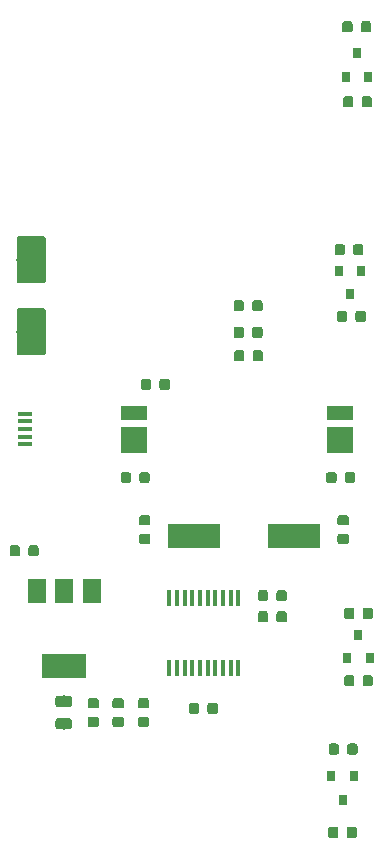
<source format=gbr>
G04 #@! TF.GenerationSoftware,KiCad,Pcbnew,(5.99.0-52-gefbc802f4)*
G04 #@! TF.CreationDate,2019-10-28T15:02:11+01:00*
G04 #@! TF.ProjectId,remote,72656d6f-7465-42e6-9b69-6361645f7063,rev?*
G04 #@! TF.SameCoordinates,Original*
G04 #@! TF.FileFunction,Paste,Top*
G04 #@! TF.FilePolarity,Positive*
%FSLAX46Y46*%
G04 Gerber Fmt 4.6, Leading zero omitted, Abs format (unit mm)*
G04 Created by KiCad (PCBNEW (5.99.0-52-gefbc802f4)) date 2019-10-28 15:02:11*
%MOMM*%
%LPD*%
G04 APERTURE LIST*
%ADD10R,4.500000X2.000000*%
%ADD11R,0.450000X1.450000*%
%ADD12R,1.500000X2.000000*%
%ADD13R,3.800000X2.000000*%
%ADD14C,0.100000*%
%ADD15C,0.875000*%
%ADD16R,0.800000X0.900000*%
%ADD17R,1.300000X0.450000*%
%ADD18R,2.200000X1.250000*%
%ADD19R,2.200000X2.200000*%
%ADD20C,0.975000*%
%ADD21C,2.500000*%
G04 APERTURE END LIST*
D10*
X171150000Y-128200000D03*
X179650000Y-128200000D03*
D11*
X174925000Y-139350000D03*
X174275000Y-139350000D03*
X173625000Y-139350000D03*
X172975000Y-139350000D03*
X172325000Y-139350000D03*
X171675000Y-139350000D03*
X171025000Y-139350000D03*
X170375000Y-139350000D03*
X169725000Y-139350000D03*
X169075000Y-139350000D03*
X169075000Y-133450000D03*
X169725000Y-133450000D03*
X170375000Y-133450000D03*
X171025000Y-133450000D03*
X171675000Y-133450000D03*
X172325000Y-133450000D03*
X172975000Y-133450000D03*
X173625000Y-133450000D03*
X174275000Y-133450000D03*
X174925000Y-133450000D03*
D12*
X162500000Y-132850000D03*
X157900000Y-132850000D03*
X160200000Y-132850000D03*
D13*
X160200000Y-139150000D03*
D14*
G36*
X184527462Y-90941651D02*
G01*
X184598430Y-90989070D01*
X184645849Y-91060038D01*
X184662500Y-91143750D01*
X184662500Y-91656250D01*
X184645849Y-91739962D01*
X184598430Y-91810930D01*
X184527462Y-91858349D01*
X184443750Y-91875000D01*
X184006250Y-91875000D01*
X183922538Y-91858349D01*
X183851570Y-91810930D01*
X183804151Y-91739962D01*
X183787500Y-91656250D01*
X183787500Y-91143750D01*
X183804151Y-91060038D01*
X183851570Y-90989070D01*
X183922538Y-90941651D01*
X184006250Y-90925000D01*
X184443750Y-90925000D01*
X184527462Y-90941651D01*
X184527462Y-90941651D01*
G37*
D15*
X184225000Y-91400000D03*
D14*
G36*
X186102462Y-90941651D02*
G01*
X186173430Y-90989070D01*
X186220849Y-91060038D01*
X186237500Y-91143750D01*
X186237500Y-91656250D01*
X186220849Y-91739962D01*
X186173430Y-91810930D01*
X186102462Y-91858349D01*
X186018750Y-91875000D01*
X185581250Y-91875000D01*
X185497538Y-91858349D01*
X185426570Y-91810930D01*
X185379151Y-91739962D01*
X185362500Y-91656250D01*
X185362500Y-91143750D01*
X185379151Y-91060038D01*
X185426570Y-90989070D01*
X185497538Y-90941651D01*
X185581250Y-90925000D01*
X186018750Y-90925000D01*
X186102462Y-90941651D01*
X186102462Y-90941651D01*
G37*
D15*
X185800000Y-91400000D03*
D14*
G36*
X183114962Y-122741651D02*
G01*
X183185930Y-122789070D01*
X183233349Y-122860038D01*
X183250000Y-122943750D01*
X183250000Y-123456250D01*
X183233349Y-123539962D01*
X183185930Y-123610930D01*
X183114962Y-123658349D01*
X183031250Y-123675000D01*
X182593750Y-123675000D01*
X182510038Y-123658349D01*
X182439070Y-123610930D01*
X182391651Y-123539962D01*
X182375000Y-123456250D01*
X182375000Y-122943750D01*
X182391651Y-122860038D01*
X182439070Y-122789070D01*
X182510038Y-122741651D01*
X182593750Y-122725000D01*
X183031250Y-122725000D01*
X183114962Y-122741651D01*
X183114962Y-122741651D01*
G37*
D15*
X182812500Y-123200000D03*
D14*
G36*
X184689962Y-122741651D02*
G01*
X184760930Y-122789070D01*
X184808349Y-122860038D01*
X184825000Y-122943750D01*
X184825000Y-123456250D01*
X184808349Y-123539962D01*
X184760930Y-123610930D01*
X184689962Y-123658349D01*
X184606250Y-123675000D01*
X184168750Y-123675000D01*
X184085038Y-123658349D01*
X184014070Y-123610930D01*
X183966651Y-123539962D01*
X183950000Y-123456250D01*
X183950000Y-122943750D01*
X183966651Y-122860038D01*
X184014070Y-122789070D01*
X184085038Y-122741651D01*
X184168750Y-122725000D01*
X184606250Y-122725000D01*
X184689962Y-122741651D01*
X184689962Y-122741651D01*
G37*
D15*
X184387500Y-123200000D03*
D14*
G36*
X165714962Y-122741651D02*
G01*
X165785930Y-122789070D01*
X165833349Y-122860038D01*
X165850000Y-122943750D01*
X165850000Y-123456250D01*
X165833349Y-123539962D01*
X165785930Y-123610930D01*
X165714962Y-123658349D01*
X165631250Y-123675000D01*
X165193750Y-123675000D01*
X165110038Y-123658349D01*
X165039070Y-123610930D01*
X164991651Y-123539962D01*
X164975000Y-123456250D01*
X164975000Y-122943750D01*
X164991651Y-122860038D01*
X165039070Y-122789070D01*
X165110038Y-122741651D01*
X165193750Y-122725000D01*
X165631250Y-122725000D01*
X165714962Y-122741651D01*
X165714962Y-122741651D01*
G37*
D15*
X165412500Y-123200000D03*
D14*
G36*
X167289962Y-122741651D02*
G01*
X167360930Y-122789070D01*
X167408349Y-122860038D01*
X167425000Y-122943750D01*
X167425000Y-123456250D01*
X167408349Y-123539962D01*
X167360930Y-123610930D01*
X167289962Y-123658349D01*
X167206250Y-123675000D01*
X166768750Y-123675000D01*
X166685038Y-123658349D01*
X166614070Y-123610930D01*
X166566651Y-123539962D01*
X166550000Y-123456250D01*
X166550000Y-122943750D01*
X166566651Y-122860038D01*
X166614070Y-122789070D01*
X166685038Y-122741651D01*
X166768750Y-122725000D01*
X167206250Y-122725000D01*
X167289962Y-122741651D01*
X167289962Y-122741651D01*
G37*
D15*
X166987500Y-123200000D03*
D14*
G36*
X167414962Y-114841651D02*
G01*
X167485930Y-114889070D01*
X167533349Y-114960038D01*
X167550000Y-115043750D01*
X167550000Y-115556250D01*
X167533349Y-115639962D01*
X167485930Y-115710930D01*
X167414962Y-115758349D01*
X167331250Y-115775000D01*
X166893750Y-115775000D01*
X166810038Y-115758349D01*
X166739070Y-115710930D01*
X166691651Y-115639962D01*
X166675000Y-115556250D01*
X166675000Y-115043750D01*
X166691651Y-114960038D01*
X166739070Y-114889070D01*
X166810038Y-114841651D01*
X166893750Y-114825000D01*
X167331250Y-114825000D01*
X167414962Y-114841651D01*
X167414962Y-114841651D01*
G37*
D15*
X167112500Y-115300000D03*
D14*
G36*
X168989962Y-114841651D02*
G01*
X169060930Y-114889070D01*
X169108349Y-114960038D01*
X169125000Y-115043750D01*
X169125000Y-115556250D01*
X169108349Y-115639962D01*
X169060930Y-115710930D01*
X168989962Y-115758349D01*
X168906250Y-115775000D01*
X168468750Y-115775000D01*
X168385038Y-115758349D01*
X168314070Y-115710930D01*
X168266651Y-115639962D01*
X168250000Y-115556250D01*
X168250000Y-115043750D01*
X168266651Y-114960038D01*
X168314070Y-114889070D01*
X168385038Y-114841651D01*
X168468750Y-114825000D01*
X168906250Y-114825000D01*
X168989962Y-114841651D01*
X168989962Y-114841651D01*
G37*
D15*
X168687500Y-115300000D03*
D14*
G36*
X177314962Y-132741651D02*
G01*
X177385930Y-132789070D01*
X177433349Y-132860038D01*
X177450000Y-132943750D01*
X177450000Y-133456250D01*
X177433349Y-133539962D01*
X177385930Y-133610930D01*
X177314962Y-133658349D01*
X177231250Y-133675000D01*
X176793750Y-133675000D01*
X176710038Y-133658349D01*
X176639070Y-133610930D01*
X176591651Y-133539962D01*
X176575000Y-133456250D01*
X176575000Y-132943750D01*
X176591651Y-132860038D01*
X176639070Y-132789070D01*
X176710038Y-132741651D01*
X176793750Y-132725000D01*
X177231250Y-132725000D01*
X177314962Y-132741651D01*
X177314962Y-132741651D01*
G37*
D15*
X177012500Y-133200000D03*
D14*
G36*
X178889962Y-132741651D02*
G01*
X178960930Y-132789070D01*
X179008349Y-132860038D01*
X179025000Y-132943750D01*
X179025000Y-133456250D01*
X179008349Y-133539962D01*
X178960930Y-133610930D01*
X178889962Y-133658349D01*
X178806250Y-133675000D01*
X178368750Y-133675000D01*
X178285038Y-133658349D01*
X178214070Y-133610930D01*
X178166651Y-133539962D01*
X178150000Y-133456250D01*
X178150000Y-132943750D01*
X178166651Y-132860038D01*
X178214070Y-132789070D01*
X178285038Y-132741651D01*
X178368750Y-132725000D01*
X178806250Y-132725000D01*
X178889962Y-132741651D01*
X178889962Y-132741651D01*
G37*
D15*
X178587500Y-133200000D03*
D14*
G36*
X184889962Y-145741651D02*
G01*
X184960930Y-145789070D01*
X185008349Y-145860038D01*
X185025000Y-145943750D01*
X185025000Y-146456250D01*
X185008349Y-146539962D01*
X184960930Y-146610930D01*
X184889962Y-146658349D01*
X184806250Y-146675000D01*
X184368750Y-146675000D01*
X184285038Y-146658349D01*
X184214070Y-146610930D01*
X184166651Y-146539962D01*
X184150000Y-146456250D01*
X184150000Y-145943750D01*
X184166651Y-145860038D01*
X184214070Y-145789070D01*
X184285038Y-145741651D01*
X184368750Y-145725000D01*
X184806250Y-145725000D01*
X184889962Y-145741651D01*
X184889962Y-145741651D01*
G37*
D15*
X184587500Y-146200000D03*
D14*
G36*
X183314962Y-145741651D02*
G01*
X183385930Y-145789070D01*
X183433349Y-145860038D01*
X183450000Y-145943750D01*
X183450000Y-146456250D01*
X183433349Y-146539962D01*
X183385930Y-146610930D01*
X183314962Y-146658349D01*
X183231250Y-146675000D01*
X182793750Y-146675000D01*
X182710038Y-146658349D01*
X182639070Y-146610930D01*
X182591651Y-146539962D01*
X182575000Y-146456250D01*
X182575000Y-145943750D01*
X182591651Y-145860038D01*
X182639070Y-145789070D01*
X182710038Y-145741651D01*
X182793750Y-145725000D01*
X183231250Y-145725000D01*
X183314962Y-145741651D01*
X183314962Y-145741651D01*
G37*
D15*
X183012500Y-146200000D03*
D14*
G36*
X177314962Y-134541651D02*
G01*
X177385930Y-134589070D01*
X177433349Y-134660038D01*
X177450000Y-134743750D01*
X177450000Y-135256250D01*
X177433349Y-135339962D01*
X177385930Y-135410930D01*
X177314962Y-135458349D01*
X177231250Y-135475000D01*
X176793750Y-135475000D01*
X176710038Y-135458349D01*
X176639070Y-135410930D01*
X176591651Y-135339962D01*
X176575000Y-135256250D01*
X176575000Y-134743750D01*
X176591651Y-134660038D01*
X176639070Y-134589070D01*
X176710038Y-134541651D01*
X176793750Y-134525000D01*
X177231250Y-134525000D01*
X177314962Y-134541651D01*
X177314962Y-134541651D01*
G37*
D15*
X177012500Y-135000000D03*
D14*
G36*
X178889962Y-134541651D02*
G01*
X178960930Y-134589070D01*
X179008349Y-134660038D01*
X179025000Y-134743750D01*
X179025000Y-135256250D01*
X179008349Y-135339962D01*
X178960930Y-135410930D01*
X178889962Y-135458349D01*
X178806250Y-135475000D01*
X178368750Y-135475000D01*
X178285038Y-135458349D01*
X178214070Y-135410930D01*
X178166651Y-135339962D01*
X178150000Y-135256250D01*
X178150000Y-134743750D01*
X178166651Y-134660038D01*
X178214070Y-134589070D01*
X178285038Y-134541651D01*
X178368750Y-134525000D01*
X178806250Y-134525000D01*
X178889962Y-134541651D01*
X178889962Y-134541651D01*
G37*
D15*
X178587500Y-135000000D03*
D14*
G36*
X185389962Y-103441651D02*
G01*
X185460930Y-103489070D01*
X185508349Y-103560038D01*
X185525000Y-103643750D01*
X185525000Y-104156250D01*
X185508349Y-104239962D01*
X185460930Y-104310930D01*
X185389962Y-104358349D01*
X185306250Y-104375000D01*
X184868750Y-104375000D01*
X184785038Y-104358349D01*
X184714070Y-104310930D01*
X184666651Y-104239962D01*
X184650000Y-104156250D01*
X184650000Y-103643750D01*
X184666651Y-103560038D01*
X184714070Y-103489070D01*
X184785038Y-103441651D01*
X184868750Y-103425000D01*
X185306250Y-103425000D01*
X185389962Y-103441651D01*
X185389962Y-103441651D01*
G37*
D15*
X185087500Y-103900000D03*
D14*
G36*
X183814962Y-103441651D02*
G01*
X183885930Y-103489070D01*
X183933349Y-103560038D01*
X183950000Y-103643750D01*
X183950000Y-104156250D01*
X183933349Y-104239962D01*
X183885930Y-104310930D01*
X183814962Y-104358349D01*
X183731250Y-104375000D01*
X183293750Y-104375000D01*
X183210038Y-104358349D01*
X183139070Y-104310930D01*
X183091651Y-104239962D01*
X183075000Y-104156250D01*
X183075000Y-103643750D01*
X183091651Y-103560038D01*
X183139070Y-103489070D01*
X183210038Y-103441651D01*
X183293750Y-103425000D01*
X183731250Y-103425000D01*
X183814962Y-103441651D01*
X183814962Y-103441651D01*
G37*
D15*
X183512500Y-103900000D03*
D14*
G36*
X184627462Y-139941651D02*
G01*
X184698430Y-139989070D01*
X184745849Y-140060038D01*
X184762500Y-140143750D01*
X184762500Y-140656250D01*
X184745849Y-140739962D01*
X184698430Y-140810930D01*
X184627462Y-140858349D01*
X184543750Y-140875000D01*
X184106250Y-140875000D01*
X184022538Y-140858349D01*
X183951570Y-140810930D01*
X183904151Y-140739962D01*
X183887500Y-140656250D01*
X183887500Y-140143750D01*
X183904151Y-140060038D01*
X183951570Y-139989070D01*
X184022538Y-139941651D01*
X184106250Y-139925000D01*
X184543750Y-139925000D01*
X184627462Y-139941651D01*
X184627462Y-139941651D01*
G37*
D15*
X184325000Y-140400000D03*
D14*
G36*
X186202462Y-139941651D02*
G01*
X186273430Y-139989070D01*
X186320849Y-140060038D01*
X186337500Y-140143750D01*
X186337500Y-140656250D01*
X186320849Y-140739962D01*
X186273430Y-140810930D01*
X186202462Y-140858349D01*
X186118750Y-140875000D01*
X185681250Y-140875000D01*
X185597538Y-140858349D01*
X185526570Y-140810930D01*
X185479151Y-140739962D01*
X185462500Y-140656250D01*
X185462500Y-140143750D01*
X185479151Y-140060038D01*
X185526570Y-139989070D01*
X185597538Y-139941651D01*
X185681250Y-139925000D01*
X186118750Y-139925000D01*
X186202462Y-139941651D01*
X186202462Y-139941651D01*
G37*
D15*
X185900000Y-140400000D03*
D16*
X185000000Y-87300000D03*
X185950000Y-89300000D03*
X184050000Y-89300000D03*
X183750000Y-150500000D03*
X182800000Y-148500000D03*
X184700000Y-148500000D03*
X184400000Y-107700000D03*
X183450000Y-105700000D03*
X185350000Y-105700000D03*
X185100000Y-136500000D03*
X186050000Y-138500000D03*
X184150000Y-138500000D03*
D17*
X156900000Y-120400000D03*
X156900000Y-119750000D03*
X156900000Y-119100000D03*
X156900000Y-118450000D03*
X156900000Y-117800000D03*
D18*
X183500000Y-117725000D03*
D19*
X183500000Y-120000000D03*
D18*
X166100000Y-117725000D03*
D19*
X166100000Y-120000000D03*
D14*
G36*
X184464962Y-84591651D02*
G01*
X184535930Y-84639070D01*
X184583349Y-84710038D01*
X184600000Y-84793750D01*
X184600000Y-85306250D01*
X184583349Y-85389962D01*
X184535930Y-85460930D01*
X184464962Y-85508349D01*
X184381250Y-85525000D01*
X183943750Y-85525000D01*
X183860038Y-85508349D01*
X183789070Y-85460930D01*
X183741651Y-85389962D01*
X183725000Y-85306250D01*
X183725000Y-84793750D01*
X183741651Y-84710038D01*
X183789070Y-84639070D01*
X183860038Y-84591651D01*
X183943750Y-84575000D01*
X184381250Y-84575000D01*
X184464962Y-84591651D01*
X184464962Y-84591651D01*
G37*
D15*
X184162500Y-85050000D03*
D14*
G36*
X186039962Y-84591651D02*
G01*
X186110930Y-84639070D01*
X186158349Y-84710038D01*
X186175000Y-84793750D01*
X186175000Y-85306250D01*
X186158349Y-85389962D01*
X186110930Y-85460930D01*
X186039962Y-85508349D01*
X185956250Y-85525000D01*
X185518750Y-85525000D01*
X185435038Y-85508349D01*
X185364070Y-85460930D01*
X185316651Y-85389962D01*
X185300000Y-85306250D01*
X185300000Y-84793750D01*
X185316651Y-84710038D01*
X185364070Y-84639070D01*
X185435038Y-84591651D01*
X185518750Y-84575000D01*
X185956250Y-84575000D01*
X186039962Y-84591651D01*
X186039962Y-84591651D01*
G37*
D15*
X185737500Y-85050000D03*
D14*
G36*
X175314962Y-112441651D02*
G01*
X175385930Y-112489070D01*
X175433349Y-112560038D01*
X175450000Y-112643750D01*
X175450000Y-113156250D01*
X175433349Y-113239962D01*
X175385930Y-113310930D01*
X175314962Y-113358349D01*
X175231250Y-113375000D01*
X174793750Y-113375000D01*
X174710038Y-113358349D01*
X174639070Y-113310930D01*
X174591651Y-113239962D01*
X174575000Y-113156250D01*
X174575000Y-112643750D01*
X174591651Y-112560038D01*
X174639070Y-112489070D01*
X174710038Y-112441651D01*
X174793750Y-112425000D01*
X175231250Y-112425000D01*
X175314962Y-112441651D01*
X175314962Y-112441651D01*
G37*
D15*
X175012500Y-112900000D03*
D14*
G36*
X176889962Y-112441651D02*
G01*
X176960930Y-112489070D01*
X177008349Y-112560038D01*
X177025000Y-112643750D01*
X177025000Y-113156250D01*
X177008349Y-113239962D01*
X176960930Y-113310930D01*
X176889962Y-113358349D01*
X176806250Y-113375000D01*
X176368750Y-113375000D01*
X176285038Y-113358349D01*
X176214070Y-113310930D01*
X176166651Y-113239962D01*
X176150000Y-113156250D01*
X176150000Y-112643750D01*
X176166651Y-112560038D01*
X176214070Y-112489070D01*
X176285038Y-112441651D01*
X176368750Y-112425000D01*
X176806250Y-112425000D01*
X176889962Y-112441651D01*
X176889962Y-112441651D01*
G37*
D15*
X176587500Y-112900000D03*
D14*
G36*
X175277462Y-110441651D02*
G01*
X175348430Y-110489070D01*
X175395849Y-110560038D01*
X175412500Y-110643750D01*
X175412500Y-111156250D01*
X175395849Y-111239962D01*
X175348430Y-111310930D01*
X175277462Y-111358349D01*
X175193750Y-111375000D01*
X174756250Y-111375000D01*
X174672538Y-111358349D01*
X174601570Y-111310930D01*
X174554151Y-111239962D01*
X174537500Y-111156250D01*
X174537500Y-110643750D01*
X174554151Y-110560038D01*
X174601570Y-110489070D01*
X174672538Y-110441651D01*
X174756250Y-110425000D01*
X175193750Y-110425000D01*
X175277462Y-110441651D01*
X175277462Y-110441651D01*
G37*
D15*
X174975000Y-110900000D03*
D14*
G36*
X176852462Y-110441651D02*
G01*
X176923430Y-110489070D01*
X176970849Y-110560038D01*
X176987500Y-110643750D01*
X176987500Y-111156250D01*
X176970849Y-111239962D01*
X176923430Y-111310930D01*
X176852462Y-111358349D01*
X176768750Y-111375000D01*
X176331250Y-111375000D01*
X176247538Y-111358349D01*
X176176570Y-111310930D01*
X176129151Y-111239962D01*
X176112500Y-111156250D01*
X176112500Y-110643750D01*
X176129151Y-110560038D01*
X176176570Y-110489070D01*
X176247538Y-110441651D01*
X176331250Y-110425000D01*
X176768750Y-110425000D01*
X176852462Y-110441651D01*
X176852462Y-110441651D01*
G37*
D15*
X176550000Y-110900000D03*
D14*
G36*
X175277462Y-108191651D02*
G01*
X175348430Y-108239070D01*
X175395849Y-108310038D01*
X175412500Y-108393750D01*
X175412500Y-108906250D01*
X175395849Y-108989962D01*
X175348430Y-109060930D01*
X175277462Y-109108349D01*
X175193750Y-109125000D01*
X174756250Y-109125000D01*
X174672538Y-109108349D01*
X174601570Y-109060930D01*
X174554151Y-108989962D01*
X174537500Y-108906250D01*
X174537500Y-108393750D01*
X174554151Y-108310038D01*
X174601570Y-108239070D01*
X174672538Y-108191651D01*
X174756250Y-108175000D01*
X175193750Y-108175000D01*
X175277462Y-108191651D01*
X175277462Y-108191651D01*
G37*
D15*
X174975000Y-108650000D03*
D14*
G36*
X176852462Y-108191651D02*
G01*
X176923430Y-108239070D01*
X176970849Y-108310038D01*
X176987500Y-108393750D01*
X176987500Y-108906250D01*
X176970849Y-108989962D01*
X176923430Y-109060930D01*
X176852462Y-109108349D01*
X176768750Y-109125000D01*
X176331250Y-109125000D01*
X176247538Y-109108349D01*
X176176570Y-109060930D01*
X176129151Y-108989962D01*
X176112500Y-108906250D01*
X176112500Y-108393750D01*
X176129151Y-108310038D01*
X176176570Y-108239070D01*
X176247538Y-108191651D01*
X176331250Y-108175000D01*
X176768750Y-108175000D01*
X176852462Y-108191651D01*
X176852462Y-108191651D01*
G37*
D15*
X176550000Y-108650000D03*
D14*
G36*
X167339962Y-126391651D02*
G01*
X167410930Y-126439070D01*
X167458349Y-126510038D01*
X167475000Y-126593750D01*
X167475000Y-127031250D01*
X167458349Y-127114962D01*
X167410930Y-127185930D01*
X167339962Y-127233349D01*
X167256250Y-127250000D01*
X166743750Y-127250000D01*
X166660038Y-127233349D01*
X166589070Y-127185930D01*
X166541651Y-127114962D01*
X166525000Y-127031250D01*
X166525000Y-126593750D01*
X166541651Y-126510038D01*
X166589070Y-126439070D01*
X166660038Y-126391651D01*
X166743750Y-126375000D01*
X167256250Y-126375000D01*
X167339962Y-126391651D01*
X167339962Y-126391651D01*
G37*
D15*
X167000000Y-126812500D03*
D14*
G36*
X167339962Y-127966651D02*
G01*
X167410930Y-128014070D01*
X167458349Y-128085038D01*
X167475000Y-128168750D01*
X167475000Y-128606250D01*
X167458349Y-128689962D01*
X167410930Y-128760930D01*
X167339962Y-128808349D01*
X167256250Y-128825000D01*
X166743750Y-128825000D01*
X166660038Y-128808349D01*
X166589070Y-128760930D01*
X166541651Y-128689962D01*
X166525000Y-128606250D01*
X166525000Y-128168750D01*
X166541651Y-128085038D01*
X166589070Y-128014070D01*
X166660038Y-127966651D01*
X166743750Y-127950000D01*
X167256250Y-127950000D01*
X167339962Y-127966651D01*
X167339962Y-127966651D01*
G37*
D15*
X167000000Y-128387500D03*
D14*
G36*
X184139962Y-126391651D02*
G01*
X184210930Y-126439070D01*
X184258349Y-126510038D01*
X184275000Y-126593750D01*
X184275000Y-127031250D01*
X184258349Y-127114962D01*
X184210930Y-127185930D01*
X184139962Y-127233349D01*
X184056250Y-127250000D01*
X183543750Y-127250000D01*
X183460038Y-127233349D01*
X183389070Y-127185930D01*
X183341651Y-127114962D01*
X183325000Y-127031250D01*
X183325000Y-126593750D01*
X183341651Y-126510038D01*
X183389070Y-126439070D01*
X183460038Y-126391651D01*
X183543750Y-126375000D01*
X184056250Y-126375000D01*
X184139962Y-126391651D01*
X184139962Y-126391651D01*
G37*
D15*
X183800000Y-126812500D03*
D14*
G36*
X184139962Y-127966651D02*
G01*
X184210930Y-128014070D01*
X184258349Y-128085038D01*
X184275000Y-128168750D01*
X184275000Y-128606250D01*
X184258349Y-128689962D01*
X184210930Y-128760930D01*
X184139962Y-128808349D01*
X184056250Y-128825000D01*
X183543750Y-128825000D01*
X183460038Y-128808349D01*
X183389070Y-128760930D01*
X183341651Y-128689962D01*
X183325000Y-128606250D01*
X183325000Y-128168750D01*
X183341651Y-128085038D01*
X183389070Y-128014070D01*
X183460038Y-127966651D01*
X183543750Y-127950000D01*
X184056250Y-127950000D01*
X184139962Y-127966651D01*
X184139962Y-127966651D01*
G37*
D15*
X183800000Y-128387500D03*
D14*
G36*
X183264962Y-152791651D02*
G01*
X183335930Y-152839070D01*
X183383349Y-152910038D01*
X183400000Y-152993750D01*
X183400000Y-153506250D01*
X183383349Y-153589962D01*
X183335930Y-153660930D01*
X183264962Y-153708349D01*
X183181250Y-153725000D01*
X182743750Y-153725000D01*
X182660038Y-153708349D01*
X182589070Y-153660930D01*
X182541651Y-153589962D01*
X182525000Y-153506250D01*
X182525000Y-152993750D01*
X182541651Y-152910038D01*
X182589070Y-152839070D01*
X182660038Y-152791651D01*
X182743750Y-152775000D01*
X183181250Y-152775000D01*
X183264962Y-152791651D01*
X183264962Y-152791651D01*
G37*
D15*
X182962500Y-153250000D03*
D14*
G36*
X184839962Y-152791651D02*
G01*
X184910930Y-152839070D01*
X184958349Y-152910038D01*
X184975000Y-152993750D01*
X184975000Y-153506250D01*
X184958349Y-153589962D01*
X184910930Y-153660930D01*
X184839962Y-153708349D01*
X184756250Y-153725000D01*
X184318750Y-153725000D01*
X184235038Y-153708349D01*
X184164070Y-153660930D01*
X184116651Y-153589962D01*
X184100000Y-153506250D01*
X184100000Y-152993750D01*
X184116651Y-152910038D01*
X184164070Y-152839070D01*
X184235038Y-152791651D01*
X184318750Y-152775000D01*
X184756250Y-152775000D01*
X184839962Y-152791651D01*
X184839962Y-152791651D01*
G37*
D15*
X184537500Y-153250000D03*
D14*
G36*
X171477462Y-142291651D02*
G01*
X171548430Y-142339070D01*
X171595849Y-142410038D01*
X171612500Y-142493750D01*
X171612500Y-143006250D01*
X171595849Y-143089962D01*
X171548430Y-143160930D01*
X171477462Y-143208349D01*
X171393750Y-143225000D01*
X170956250Y-143225000D01*
X170872538Y-143208349D01*
X170801570Y-143160930D01*
X170754151Y-143089962D01*
X170737500Y-143006250D01*
X170737500Y-142493750D01*
X170754151Y-142410038D01*
X170801570Y-142339070D01*
X170872538Y-142291651D01*
X170956250Y-142275000D01*
X171393750Y-142275000D01*
X171477462Y-142291651D01*
X171477462Y-142291651D01*
G37*
D15*
X171175000Y-142750000D03*
D14*
G36*
X173052462Y-142291651D02*
G01*
X173123430Y-142339070D01*
X173170849Y-142410038D01*
X173187500Y-142493750D01*
X173187500Y-143006250D01*
X173170849Y-143089962D01*
X173123430Y-143160930D01*
X173052462Y-143208349D01*
X172968750Y-143225000D01*
X172531250Y-143225000D01*
X172447538Y-143208349D01*
X172376570Y-143160930D01*
X172329151Y-143089962D01*
X172312500Y-143006250D01*
X172312500Y-142493750D01*
X172329151Y-142410038D01*
X172376570Y-142339070D01*
X172447538Y-142291651D01*
X172531250Y-142275000D01*
X172968750Y-142275000D01*
X173052462Y-142291651D01*
X173052462Y-142291651D01*
G37*
D15*
X172750000Y-142750000D03*
D14*
G36*
X184014962Y-109091651D02*
G01*
X184085930Y-109139070D01*
X184133349Y-109210038D01*
X184150000Y-109293750D01*
X184150000Y-109806250D01*
X184133349Y-109889962D01*
X184085930Y-109960930D01*
X184014962Y-110008349D01*
X183931250Y-110025000D01*
X183493750Y-110025000D01*
X183410038Y-110008349D01*
X183339070Y-109960930D01*
X183291651Y-109889962D01*
X183275000Y-109806250D01*
X183275000Y-109293750D01*
X183291651Y-109210038D01*
X183339070Y-109139070D01*
X183410038Y-109091651D01*
X183493750Y-109075000D01*
X183931250Y-109075000D01*
X184014962Y-109091651D01*
X184014962Y-109091651D01*
G37*
D15*
X183712500Y-109550000D03*
D14*
G36*
X185589962Y-109091651D02*
G01*
X185660930Y-109139070D01*
X185708349Y-109210038D01*
X185725000Y-109293750D01*
X185725000Y-109806250D01*
X185708349Y-109889962D01*
X185660930Y-109960930D01*
X185589962Y-110008349D01*
X185506250Y-110025000D01*
X185068750Y-110025000D01*
X184985038Y-110008349D01*
X184914070Y-109960930D01*
X184866651Y-109889962D01*
X184850000Y-109806250D01*
X184850000Y-109293750D01*
X184866651Y-109210038D01*
X184914070Y-109139070D01*
X184985038Y-109091651D01*
X185068750Y-109075000D01*
X185506250Y-109075000D01*
X185589962Y-109091651D01*
X185589962Y-109091651D01*
G37*
D15*
X185287500Y-109550000D03*
D14*
G36*
X167239962Y-143466651D02*
G01*
X167310930Y-143514070D01*
X167358349Y-143585038D01*
X167375000Y-143668750D01*
X167375000Y-144106250D01*
X167358349Y-144189962D01*
X167310930Y-144260930D01*
X167239962Y-144308349D01*
X167156250Y-144325000D01*
X166643750Y-144325000D01*
X166560038Y-144308349D01*
X166489070Y-144260930D01*
X166441651Y-144189962D01*
X166425000Y-144106250D01*
X166425000Y-143668750D01*
X166441651Y-143585038D01*
X166489070Y-143514070D01*
X166560038Y-143466651D01*
X166643750Y-143450000D01*
X167156250Y-143450000D01*
X167239962Y-143466651D01*
X167239962Y-143466651D01*
G37*
D15*
X166900000Y-143887500D03*
D14*
G36*
X167239962Y-141891651D02*
G01*
X167310930Y-141939070D01*
X167358349Y-142010038D01*
X167375000Y-142093750D01*
X167375000Y-142531250D01*
X167358349Y-142614962D01*
X167310930Y-142685930D01*
X167239962Y-142733349D01*
X167156250Y-142750000D01*
X166643750Y-142750000D01*
X166560038Y-142733349D01*
X166489070Y-142685930D01*
X166441651Y-142614962D01*
X166425000Y-142531250D01*
X166425000Y-142093750D01*
X166441651Y-142010038D01*
X166489070Y-141939070D01*
X166560038Y-141891651D01*
X166643750Y-141875000D01*
X167156250Y-141875000D01*
X167239962Y-141891651D01*
X167239962Y-141891651D01*
G37*
D15*
X166900000Y-142312500D03*
D14*
G36*
X165089962Y-143466651D02*
G01*
X165160930Y-143514070D01*
X165208349Y-143585038D01*
X165225000Y-143668750D01*
X165225000Y-144106250D01*
X165208349Y-144189962D01*
X165160930Y-144260930D01*
X165089962Y-144308349D01*
X165006250Y-144325000D01*
X164493750Y-144325000D01*
X164410038Y-144308349D01*
X164339070Y-144260930D01*
X164291651Y-144189962D01*
X164275000Y-144106250D01*
X164275000Y-143668750D01*
X164291651Y-143585038D01*
X164339070Y-143514070D01*
X164410038Y-143466651D01*
X164493750Y-143450000D01*
X165006250Y-143450000D01*
X165089962Y-143466651D01*
X165089962Y-143466651D01*
G37*
D15*
X164750000Y-143887500D03*
D14*
G36*
X165089962Y-141891651D02*
G01*
X165160930Y-141939070D01*
X165208349Y-142010038D01*
X165225000Y-142093750D01*
X165225000Y-142531250D01*
X165208349Y-142614962D01*
X165160930Y-142685930D01*
X165089962Y-142733349D01*
X165006250Y-142750000D01*
X164493750Y-142750000D01*
X164410038Y-142733349D01*
X164339070Y-142685930D01*
X164291651Y-142614962D01*
X164275000Y-142531250D01*
X164275000Y-142093750D01*
X164291651Y-142010038D01*
X164339070Y-141939070D01*
X164410038Y-141891651D01*
X164493750Y-141875000D01*
X165006250Y-141875000D01*
X165089962Y-141891651D01*
X165089962Y-141891651D01*
G37*
D15*
X164750000Y-142312500D03*
D14*
G36*
X162989962Y-143466651D02*
G01*
X163060930Y-143514070D01*
X163108349Y-143585038D01*
X163125000Y-143668750D01*
X163125000Y-144106250D01*
X163108349Y-144189962D01*
X163060930Y-144260930D01*
X162989962Y-144308349D01*
X162906250Y-144325000D01*
X162393750Y-144325000D01*
X162310038Y-144308349D01*
X162239070Y-144260930D01*
X162191651Y-144189962D01*
X162175000Y-144106250D01*
X162175000Y-143668750D01*
X162191651Y-143585038D01*
X162239070Y-143514070D01*
X162310038Y-143466651D01*
X162393750Y-143450000D01*
X162906250Y-143450000D01*
X162989962Y-143466651D01*
X162989962Y-143466651D01*
G37*
D15*
X162650000Y-143887500D03*
D14*
G36*
X162989962Y-141891651D02*
G01*
X163060930Y-141939070D01*
X163108349Y-142010038D01*
X163125000Y-142093750D01*
X163125000Y-142531250D01*
X163108349Y-142614962D01*
X163060930Y-142685930D01*
X162989962Y-142733349D01*
X162906250Y-142750000D01*
X162393750Y-142750000D01*
X162310038Y-142733349D01*
X162239070Y-142685930D01*
X162191651Y-142614962D01*
X162175000Y-142531250D01*
X162175000Y-142093750D01*
X162191651Y-142010038D01*
X162239070Y-141939070D01*
X162310038Y-141891651D01*
X162393750Y-141875000D01*
X162906250Y-141875000D01*
X162989962Y-141891651D01*
X162989962Y-141891651D01*
G37*
D15*
X162650000Y-142312500D03*
D14*
G36*
X160699529Y-143568554D02*
G01*
X160778607Y-143621393D01*
X160831446Y-143700471D01*
X160850000Y-143793750D01*
X160850000Y-144281250D01*
X160831446Y-144374529D01*
X160778607Y-144453607D01*
X160699529Y-144506446D01*
X160606250Y-144525000D01*
X159693750Y-144525000D01*
X159600471Y-144506446D01*
X159521393Y-144453607D01*
X159468554Y-144374529D01*
X159450000Y-144281250D01*
X159450000Y-143793750D01*
X159468554Y-143700471D01*
X159521393Y-143621393D01*
X159600471Y-143568554D01*
X159693750Y-143550000D01*
X160606250Y-143550000D01*
X160699529Y-143568554D01*
X160699529Y-143568554D01*
G37*
D20*
X160150000Y-144037500D03*
D14*
G36*
X160699529Y-141693554D02*
G01*
X160778607Y-141746393D01*
X160831446Y-141825471D01*
X160850000Y-141918750D01*
X160850000Y-142406250D01*
X160831446Y-142499529D01*
X160778607Y-142578607D01*
X160699529Y-142631446D01*
X160606250Y-142650000D01*
X159693750Y-142650000D01*
X159600471Y-142631446D01*
X159521393Y-142578607D01*
X159468554Y-142499529D01*
X159450000Y-142406250D01*
X159450000Y-141918750D01*
X159468554Y-141825471D01*
X159521393Y-141746393D01*
X159600471Y-141693554D01*
X159693750Y-141675000D01*
X160606250Y-141675000D01*
X160699529Y-141693554D01*
X160699529Y-141693554D01*
G37*
D20*
X160150000Y-142162500D03*
D14*
G36*
X156314962Y-128941651D02*
G01*
X156385930Y-128989070D01*
X156433349Y-129060038D01*
X156450000Y-129143750D01*
X156450000Y-129656250D01*
X156433349Y-129739962D01*
X156385930Y-129810930D01*
X156314962Y-129858349D01*
X156231250Y-129875000D01*
X155793750Y-129875000D01*
X155710038Y-129858349D01*
X155639070Y-129810930D01*
X155591651Y-129739962D01*
X155575000Y-129656250D01*
X155575000Y-129143750D01*
X155591651Y-129060038D01*
X155639070Y-128989070D01*
X155710038Y-128941651D01*
X155793750Y-128925000D01*
X156231250Y-128925000D01*
X156314962Y-128941651D01*
X156314962Y-128941651D01*
G37*
D15*
X156012500Y-129400000D03*
D14*
G36*
X157889962Y-128941651D02*
G01*
X157960930Y-128989070D01*
X158008349Y-129060038D01*
X158025000Y-129143750D01*
X158025000Y-129656250D01*
X158008349Y-129739962D01*
X157960930Y-129810930D01*
X157889962Y-129858349D01*
X157806250Y-129875000D01*
X157368750Y-129875000D01*
X157285038Y-129858349D01*
X157214070Y-129810930D01*
X157166651Y-129739962D01*
X157150000Y-129656250D01*
X157150000Y-129143750D01*
X157166651Y-129060038D01*
X157214070Y-128989070D01*
X157285038Y-128941651D01*
X157368750Y-128925000D01*
X157806250Y-128925000D01*
X157889962Y-128941651D01*
X157889962Y-128941651D01*
G37*
D15*
X157587500Y-129400000D03*
D14*
G36*
X158495671Y-102769030D02*
G01*
X158576777Y-102823223D01*
X158630970Y-102904329D01*
X158650000Y-103000000D01*
X158650000Y-106500000D01*
X158630970Y-106595671D01*
X158576777Y-106676777D01*
X158495671Y-106730970D01*
X158400000Y-106750000D01*
X156400000Y-106750000D01*
X156304329Y-106730970D01*
X156223223Y-106676777D01*
X156169030Y-106595671D01*
X156150000Y-106500000D01*
X156150000Y-103000000D01*
X156169030Y-102904329D01*
X156223223Y-102823223D01*
X156304329Y-102769030D01*
X156400000Y-102750000D01*
X158400000Y-102750000D01*
X158495671Y-102769030D01*
X158495671Y-102769030D01*
G37*
D21*
X157400000Y-104750000D03*
D14*
G36*
X158495671Y-108869030D02*
G01*
X158576777Y-108923223D01*
X158630970Y-109004329D01*
X158650000Y-109100000D01*
X158650000Y-112600000D01*
X158630970Y-112695671D01*
X158576777Y-112776777D01*
X158495671Y-112830970D01*
X158400000Y-112850000D01*
X156400000Y-112850000D01*
X156304329Y-112830970D01*
X156223223Y-112776777D01*
X156169030Y-112695671D01*
X156150000Y-112600000D01*
X156150000Y-109100000D01*
X156169030Y-109004329D01*
X156223223Y-108923223D01*
X156304329Y-108869030D01*
X156400000Y-108850000D01*
X158400000Y-108850000D01*
X158495671Y-108869030D01*
X158495671Y-108869030D01*
G37*
D21*
X157400000Y-110850000D03*
D14*
G36*
X184614962Y-134241651D02*
G01*
X184685930Y-134289070D01*
X184733349Y-134360038D01*
X184750000Y-134443750D01*
X184750000Y-134956250D01*
X184733349Y-135039962D01*
X184685930Y-135110930D01*
X184614962Y-135158349D01*
X184531250Y-135175000D01*
X184093750Y-135175000D01*
X184010038Y-135158349D01*
X183939070Y-135110930D01*
X183891651Y-135039962D01*
X183875000Y-134956250D01*
X183875000Y-134443750D01*
X183891651Y-134360038D01*
X183939070Y-134289070D01*
X184010038Y-134241651D01*
X184093750Y-134225000D01*
X184531250Y-134225000D01*
X184614962Y-134241651D01*
X184614962Y-134241651D01*
G37*
D15*
X184312500Y-134700000D03*
D14*
G36*
X186189962Y-134241651D02*
G01*
X186260930Y-134289070D01*
X186308349Y-134360038D01*
X186325000Y-134443750D01*
X186325000Y-134956250D01*
X186308349Y-135039962D01*
X186260930Y-135110930D01*
X186189962Y-135158349D01*
X186106250Y-135175000D01*
X185668750Y-135175000D01*
X185585038Y-135158349D01*
X185514070Y-135110930D01*
X185466651Y-135039962D01*
X185450000Y-134956250D01*
X185450000Y-134443750D01*
X185466651Y-134360038D01*
X185514070Y-134289070D01*
X185585038Y-134241651D01*
X185668750Y-134225000D01*
X186106250Y-134225000D01*
X186189962Y-134241651D01*
X186189962Y-134241651D01*
G37*
D15*
X185887500Y-134700000D03*
M02*

</source>
